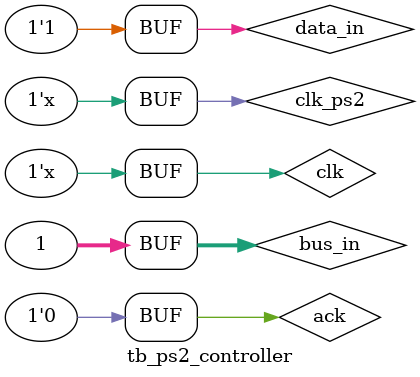
<source format=v>
`timescale 1ns / 1ps

module tb_ps2_controller();

reg clk;
reg clk_ps2;
reg data_in;
reg ack;
wire[7:0] data_out;
reg[31:0] bus_in;

parameter[7:0] w = 8'h1D; 
parameter[7:0] break_code = 8'hF0;

PS2Controller ps2_ctrl(.clk(clk),
                       .clk_ps2(clk_ps2),
                       .ps2_data_in(data_in),
                       .ack(ack),
                       .bus_in(bus_in),
                       .bus_out(data_out));

initial begin
    clk = 1;
    clk_ps2 = 1;
    data_in = 1;
    bus_in = 1; // read from address 1
    ack = 0;
    #200
    data_in = 0; //start bit
    #200
    data_in = w[0]; //d0
    #200
    data_in = w[1]; //d1
    #200
    data_in = w[2]; //d2
    #200
    data_in = w[3]; //d3
    #200
    data_in = w[4]; //d4
    #200
    data_in = w[5]; //d5
    #200
    data_in = w[6]; //d6
    #200
    data_in = w[7]; //d7
    #200
    data_in = 1; //parity
    #200
    data_in = 1; //stop bit
    #100
    ack = 1;
    #20
    ack = 0;
    #600
    data_in = 0; //start bit
    #200
    data_in = break_code[0]; //d0
    #200
    data_in = break_code[1]; //d1
    #200
    data_in = break_code[2]; //d2
    #200
    data_in = break_code[3]; //d3
    #200
    data_in = break_code[4]; //d4
    #200
    data_in = break_code[5]; //d5
    #200
    data_in = break_code[6]; //d6
    #200
    data_in = break_code[7]; //d7
    #200
    data_in = 1; //parity
    #200
    data_in = 1; //stop bit
    #200
    data_in = 0; //start bit
    #200
    data_in = w[0]; //d0
    #200
    data_in = w[1]; //d1
    #200
    data_in = w[2]; //d2
    #200
    data_in = w[3]; //d3
    #200
    data_in = w[4]; //d4
    #200
    data_in = w[5]; //d5
    #200
    data_in = w[6]; //d6
    #200
    data_in = w[7]; //d7
    #200
    data_in = 1; //parity
    #200
    data_in = 1; //stop bit
end

always begin
    #100 clk_ps2 = ~clk_ps2;
end

always begin
    #5 clk = ~clk;
end

endmodule

</source>
